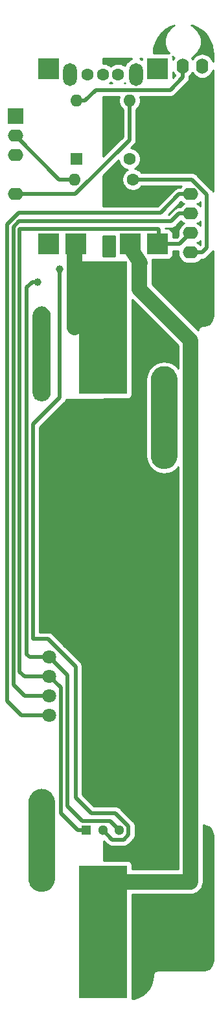
<source format=gbl>
G04 #@! TF.GenerationSoftware,KiCad,Pcbnew,(5.1.5)-3*
G04 #@! TF.CreationDate,2020-05-23T22:10:46-07:00*
G04 #@! TF.ProjectId,iSpindel_PCB,69537069-6e64-4656-9c5f-5043422e6b69,rev?*
G04 #@! TF.SameCoordinates,Original*
G04 #@! TF.FileFunction,Copper,L2,Bot*
G04 #@! TF.FilePolarity,Positive*
%FSLAX46Y46*%
G04 Gerber Fmt 4.6, Leading zero omitted, Abs format (unit mm)*
G04 Created by KiCad (PCBNEW (5.1.5)-3) date 2020-05-23 22:10:46*
%MOMM*%
%LPD*%
G04 APERTURE LIST*
%ADD10R,2.800000X2.800000*%
%ADD11C,1.600000*%
%ADD12O,1.600000X1.600000*%
%ADD13O,2.000000X1.600000*%
%ADD14R,2.000000X2.000000*%
%ADD15O,1.600000X2.000000*%
%ADD16C,1.800000*%
%ADD17R,6.350000X17.340000*%
%ADD18C,0.100000*%
%ADD19O,1.800000X3.000000*%
%ADD20R,1.600000X1.600000*%
%ADD21C,1.300000*%
%ADD22R,1.300000X1.300000*%
%ADD23C,1.000000*%
%ADD24C,0.500000*%
%ADD25C,2.000000*%
%ADD26C,1.950000*%
%ADD27C,0.254000*%
G04 APERTURE END LIST*
D10*
X141732400Y-40562000D03*
X155932400Y-40562000D03*
X141732400Y-63462000D03*
X155932400Y-63462000D03*
X145272400Y-63462000D03*
X152392400Y-63462000D03*
D11*
X152771800Y-55016400D03*
D12*
X145151800Y-55016400D03*
D13*
X160299400Y-56946800D03*
X160299400Y-59486800D03*
X160299400Y-62026800D03*
X160299400Y-64566800D03*
X137439400Y-56946800D03*
X137439400Y-51866800D03*
D14*
X137439400Y-46786800D03*
D13*
X137439400Y-49326800D03*
D15*
X161810000Y-40195000D03*
X159270000Y-40195000D03*
D16*
X141869400Y-117372000D03*
X141869400Y-119912000D03*
X141869400Y-122452000D03*
X141869400Y-124992000D03*
D17*
X148844000Y-74382000D03*
X148844000Y-153242000D03*
G04 #@! TA.AperFunction,WasherPad*
D18*
G36*
X141013081Y-134595306D02*
G01*
X141180532Y-134620145D01*
X141344742Y-134661278D01*
X141504130Y-134718308D01*
X141657160Y-134790686D01*
X141802360Y-134877715D01*
X141938329Y-134978557D01*
X142063760Y-135092241D01*
X142177444Y-135217672D01*
X142278286Y-135353641D01*
X142365315Y-135498841D01*
X142437693Y-135651871D01*
X142494723Y-135811259D01*
X142535856Y-135975469D01*
X142560695Y-136142920D01*
X142569001Y-136312000D01*
X142569001Y-146312000D01*
X142560695Y-146481080D01*
X142535856Y-146648531D01*
X142494723Y-146812741D01*
X142437693Y-146972129D01*
X142365315Y-147125159D01*
X142278286Y-147270359D01*
X142177444Y-147406328D01*
X142063760Y-147531759D01*
X141938329Y-147645443D01*
X141802360Y-147746285D01*
X141657160Y-147833314D01*
X141504130Y-147905692D01*
X141344742Y-147962722D01*
X141180532Y-148003855D01*
X141013081Y-148028694D01*
X140844001Y-148037000D01*
X140843999Y-148037000D01*
X140674919Y-148028694D01*
X140507468Y-148003855D01*
X140343258Y-147962722D01*
X140183870Y-147905692D01*
X140030840Y-147833314D01*
X139885640Y-147746285D01*
X139749671Y-147645443D01*
X139624240Y-147531759D01*
X139510556Y-147406328D01*
X139409714Y-147270359D01*
X139322685Y-147125159D01*
X139250307Y-146972129D01*
X139193277Y-146812741D01*
X139152144Y-146648531D01*
X139127305Y-146481080D01*
X139118999Y-146312000D01*
X139118999Y-136312000D01*
X139127305Y-136142920D01*
X139152144Y-135975469D01*
X139193277Y-135811259D01*
X139250307Y-135651871D01*
X139322685Y-135498841D01*
X139409714Y-135353641D01*
X139510556Y-135217672D01*
X139624240Y-135092241D01*
X139749671Y-134978557D01*
X139885640Y-134877715D01*
X140030840Y-134790686D01*
X140183870Y-134718308D01*
X140343258Y-134661278D01*
X140507468Y-134620145D01*
X140674919Y-134595306D01*
X140843999Y-134587000D01*
X140844001Y-134587000D01*
X141013081Y-134595306D01*
G37*
G04 #@! TD.AperFunction*
G04 #@! TA.AperFunction,WasherPad*
G36*
X157013081Y-79395306D02*
G01*
X157180532Y-79420145D01*
X157344742Y-79461278D01*
X157504130Y-79518308D01*
X157657160Y-79590686D01*
X157802360Y-79677715D01*
X157938329Y-79778557D01*
X158063760Y-79892241D01*
X158177444Y-80017672D01*
X158278286Y-80153641D01*
X158365315Y-80298841D01*
X158437693Y-80451871D01*
X158494723Y-80611259D01*
X158535856Y-80775469D01*
X158560695Y-80942920D01*
X158569001Y-81112000D01*
X158569001Y-91112000D01*
X158560695Y-91281080D01*
X158535856Y-91448531D01*
X158494723Y-91612741D01*
X158437693Y-91772129D01*
X158365315Y-91925159D01*
X158278286Y-92070359D01*
X158177444Y-92206328D01*
X158063760Y-92331759D01*
X157938329Y-92445443D01*
X157802360Y-92546285D01*
X157657160Y-92633314D01*
X157504130Y-92705692D01*
X157344742Y-92762722D01*
X157180532Y-92803855D01*
X157013081Y-92828694D01*
X156844001Y-92837000D01*
X156843999Y-92837000D01*
X156674919Y-92828694D01*
X156507468Y-92803855D01*
X156343258Y-92762722D01*
X156183870Y-92705692D01*
X156030840Y-92633314D01*
X155885640Y-92546285D01*
X155749671Y-92445443D01*
X155624240Y-92331759D01*
X155510556Y-92206328D01*
X155409714Y-92070359D01*
X155322685Y-91925159D01*
X155250307Y-91772129D01*
X155193277Y-91612741D01*
X155152144Y-91448531D01*
X155127305Y-91281080D01*
X155118999Y-91112000D01*
X155118999Y-81112000D01*
X155127305Y-80942920D01*
X155152144Y-80775469D01*
X155193277Y-80611259D01*
X155250307Y-80451871D01*
X155322685Y-80298841D01*
X155409714Y-80153641D01*
X155510556Y-80017672D01*
X155624240Y-79892241D01*
X155749671Y-79778557D01*
X155885640Y-79677715D01*
X156030840Y-79590686D01*
X156183870Y-79518308D01*
X156343258Y-79461278D01*
X156507468Y-79420145D01*
X156674919Y-79395306D01*
X156843999Y-79387000D01*
X156844001Y-79387000D01*
X157013081Y-79395306D01*
G37*
G04 #@! TD.AperFunction*
G04 #@! TA.AperFunction,WasherPad*
G36*
X140961131Y-71592754D02*
G01*
X141077134Y-71609962D01*
X141190891Y-71638456D01*
X141301308Y-71677964D01*
X141407320Y-71728104D01*
X141507907Y-71788394D01*
X141602101Y-71858253D01*
X141688994Y-71937007D01*
X141767748Y-72023900D01*
X141837607Y-72118094D01*
X141897897Y-72218681D01*
X141948037Y-72324693D01*
X141987545Y-72435110D01*
X142016039Y-72548867D01*
X142033247Y-72664870D01*
X142039001Y-72782000D01*
X142039001Y-82782000D01*
X142033247Y-82899130D01*
X142016039Y-83015133D01*
X141987545Y-83128890D01*
X141948037Y-83239307D01*
X141897897Y-83345319D01*
X141837607Y-83445906D01*
X141767748Y-83540100D01*
X141688994Y-83626993D01*
X141602101Y-83705747D01*
X141507907Y-83775606D01*
X141407320Y-83835896D01*
X141301308Y-83886036D01*
X141190891Y-83925544D01*
X141077134Y-83954038D01*
X140961131Y-83971246D01*
X140844001Y-83977000D01*
X140843999Y-83977000D01*
X140726869Y-83971246D01*
X140610866Y-83954038D01*
X140497109Y-83925544D01*
X140386692Y-83886036D01*
X140280680Y-83835896D01*
X140180093Y-83775606D01*
X140085899Y-83705747D01*
X139999006Y-83626993D01*
X139920252Y-83540100D01*
X139850393Y-83445906D01*
X139790103Y-83345319D01*
X139739963Y-83239307D01*
X139700455Y-83128890D01*
X139671961Y-83015133D01*
X139654753Y-82899130D01*
X139648999Y-82782000D01*
X139648999Y-72782000D01*
X139654753Y-72664870D01*
X139671961Y-72548867D01*
X139700455Y-72435110D01*
X139739963Y-72324693D01*
X139790103Y-72218681D01*
X139850393Y-72118094D01*
X139920252Y-72023900D01*
X139999006Y-71937007D01*
X140085899Y-71858253D01*
X140180093Y-71788394D01*
X140280680Y-71728104D01*
X140386692Y-71677964D01*
X140497109Y-71638456D01*
X140610866Y-71609962D01*
X140726869Y-71592754D01*
X140843999Y-71587000D01*
X140844001Y-71587000D01*
X140961131Y-71592754D01*
G37*
G04 #@! TD.AperFunction*
D11*
X148842400Y-41292600D03*
X150842400Y-41292600D03*
X146842400Y-41292600D03*
D19*
X153142400Y-41292600D03*
X144542400Y-41292600D03*
D12*
X152323800Y-44729400D03*
D11*
X152323800Y-52349400D03*
D20*
X145389600Y-52324000D03*
D12*
X145389600Y-44704000D03*
D21*
X148831300Y-140000000D03*
X150990300Y-140000000D03*
D22*
X146672300Y-140000000D03*
D23*
X143200000Y-66700000D03*
X140300000Y-68400000D03*
D24*
X145169000Y-74382000D02*
X148844000Y-74382000D01*
X145132400Y-74345400D02*
X145169000Y-74382000D01*
D25*
X145132400Y-63462000D02*
X145132400Y-74345400D01*
X152354280Y-63306960D02*
X152511760Y-63464440D01*
X153619200Y-66913760D02*
X153619200Y-65857120D01*
X153619200Y-69352160D02*
X153619200Y-66913760D01*
X160319720Y-141432280D02*
X160319720Y-76052680D01*
X160319720Y-76052680D02*
X153619200Y-69352160D01*
X160319720Y-141432280D02*
X160319720Y-146700000D01*
X160319720Y-146700000D02*
X148844000Y-146700000D01*
D24*
X152392400Y-64343300D02*
X152392400Y-63462000D01*
D26*
X153695400Y-65900300D02*
X152468600Y-64105100D01*
D24*
X159270000Y-41695000D02*
X159270000Y-40195000D01*
X157622390Y-43342610D02*
X159270000Y-41695000D01*
X147882360Y-43342610D02*
X157622390Y-43342610D01*
X146520970Y-44704000D02*
X147882360Y-43342610D01*
X145389600Y-44704000D02*
X146520970Y-44704000D01*
X143200000Y-83500010D02*
X139700010Y-87000000D01*
X143200000Y-66700000D02*
X143200000Y-83500010D01*
X139700010Y-87000000D02*
X139700010Y-115000000D01*
X141643402Y-115000000D02*
X145280000Y-118636598D01*
X139700010Y-115000000D02*
X141643402Y-115000000D01*
X145280000Y-118636598D02*
X145280000Y-135700000D01*
X152323800Y-49842402D02*
X152323800Y-44729400D01*
X137439400Y-56946800D02*
X145219402Y-56946800D01*
X145219402Y-56946800D02*
X152323800Y-49842402D01*
X152190301Y-139423999D02*
X150497802Y-137731500D01*
X152190301Y-140576001D02*
X152190301Y-139423999D01*
X151566301Y-141200001D02*
X152190301Y-140576001D01*
X148831300Y-140000000D02*
X150031301Y-141200001D01*
X150031301Y-141200001D02*
X151566301Y-141200001D01*
X147311500Y-137731500D02*
X145280000Y-135700000D01*
X150497802Y-137731500D02*
X147311500Y-137731500D01*
X161799400Y-64566800D02*
X162433000Y-63933200D01*
X160299400Y-64566800D02*
X161799400Y-64566800D01*
X160478202Y-55016400D02*
X153903170Y-55016400D01*
X162433000Y-56971198D02*
X160478202Y-55016400D01*
X153903170Y-55016400D02*
X152771800Y-55016400D01*
X162433000Y-63933200D02*
X162433000Y-56971198D01*
X139592894Y-68400000D02*
X139500000Y-68492894D01*
X139500000Y-68492894D02*
X139500000Y-68500000D01*
X139500000Y-68500000D02*
X138900000Y-69100000D01*
X140300000Y-68400000D02*
X139592894Y-68400000D01*
X138900000Y-69100000D02*
X138900000Y-117000000D01*
X139272000Y-117372000D02*
X141869400Y-117372000D01*
X138900000Y-117000000D02*
X139272000Y-117372000D01*
X141869400Y-117372000D02*
X144210000Y-119712600D01*
X144210000Y-119712600D02*
X144210000Y-136844000D01*
X149790299Y-138799999D02*
X146165999Y-138799999D01*
X150990300Y-140000000D02*
X149790299Y-138799999D01*
X146165999Y-138799999D02*
X144210000Y-136844000D01*
X137639400Y-49326800D02*
X137439400Y-49326800D01*
X145151800Y-55016400D02*
X143129000Y-55016400D01*
X143129000Y-55016400D02*
X137439400Y-49326800D01*
X155845840Y-40548560D02*
X155832400Y-40562000D01*
X158864200Y-63462000D02*
X160299400Y-62026800D01*
X156132400Y-63462000D02*
X158864200Y-63462000D01*
X137959980Y-61520020D02*
X137960000Y-61520040D01*
X156082399Y-61511999D02*
X156132400Y-61562000D01*
X156132400Y-61562000D02*
X156132400Y-63462000D01*
X137968041Y-61511999D02*
X156082399Y-61511999D01*
X137960000Y-61520040D02*
X137968041Y-61511999D01*
X138582000Y-119912000D02*
X140596608Y-119912000D01*
X137960000Y-119290000D02*
X138582000Y-119912000D01*
X140596608Y-119912000D02*
X141869400Y-119912000D01*
X137960000Y-61520040D02*
X137960000Y-119290000D01*
X143319401Y-137797101D02*
X143319401Y-121362001D01*
X145522300Y-140000000D02*
X143319401Y-137797101D01*
X143319401Y-121362001D02*
X141869400Y-119912000D01*
X146672300Y-140000000D02*
X145522300Y-140000000D01*
X160299400Y-59486800D02*
X158799400Y-59486800D01*
X158799400Y-59486800D02*
X157786200Y-60500000D01*
X137159972Y-61188644D02*
X137159972Y-120992572D01*
X137848616Y-60500000D02*
X137159972Y-61188644D01*
X157786200Y-60500000D02*
X137848616Y-60500000D01*
X140596608Y-122452000D02*
X140594608Y-122450000D01*
X141869400Y-122452000D02*
X140596608Y-122452000D01*
X138617400Y-122450000D02*
X137159972Y-120992572D01*
X140594608Y-122450000D02*
X138617400Y-122450000D01*
X158799400Y-56946800D02*
X156366200Y-59380000D01*
X160299400Y-56946800D02*
X158799400Y-56946800D01*
X136325889Y-60891343D02*
X136325889Y-123105889D01*
X156366200Y-59380000D02*
X137837232Y-59380000D01*
X137837232Y-59380000D02*
X136325889Y-60891343D01*
X138212000Y-124992000D02*
X141869400Y-124992000D01*
X136325889Y-123105889D02*
X138212000Y-124992000D01*
D27*
G36*
X154480927Y-91112000D02*
G01*
X154526333Y-91573012D01*
X154660805Y-92016309D01*
X154879176Y-92424852D01*
X155173055Y-92782944D01*
X155531147Y-93076823D01*
X155939690Y-93295194D01*
X156382987Y-93429666D01*
X156843999Y-93475072D01*
X156844001Y-93475072D01*
X157305013Y-93429666D01*
X157748310Y-93295194D01*
X158156853Y-93076823D01*
X158514945Y-92782944D01*
X158684721Y-92576072D01*
X158684720Y-124573000D01*
X146165000Y-124573000D01*
X146165000Y-118680063D01*
X146169281Y-118636597D01*
X146165000Y-118593131D01*
X146165000Y-118593121D01*
X146152195Y-118463108D01*
X146101589Y-118296285D01*
X146019411Y-118142539D01*
X145908817Y-118007781D01*
X145875050Y-117980069D01*
X142299936Y-114404956D01*
X142272219Y-114371183D01*
X142137461Y-114260589D01*
X141983715Y-114178411D01*
X141816892Y-114127805D01*
X141686879Y-114115000D01*
X141686871Y-114115000D01*
X141643402Y-114110719D01*
X141599933Y-114115000D01*
X140585010Y-114115000D01*
X140585010Y-87366578D01*
X141824588Y-86127000D01*
X154480927Y-86127000D01*
X154480927Y-91112000D01*
G37*
X154480927Y-91112000D02*
X154526333Y-91573012D01*
X154660805Y-92016309D01*
X154879176Y-92424852D01*
X155173055Y-92782944D01*
X155531147Y-93076823D01*
X155939690Y-93295194D01*
X156382987Y-93429666D01*
X156843999Y-93475072D01*
X156844001Y-93475072D01*
X157305013Y-93429666D01*
X157748310Y-93295194D01*
X158156853Y-93076823D01*
X158514945Y-92782944D01*
X158684721Y-92576072D01*
X158684720Y-124573000D01*
X146165000Y-124573000D01*
X146165000Y-118680063D01*
X146169281Y-118636597D01*
X146165000Y-118593131D01*
X146165000Y-118593121D01*
X146152195Y-118463108D01*
X146101589Y-118296285D01*
X146019411Y-118142539D01*
X145908817Y-118007781D01*
X145875050Y-117980069D01*
X142299936Y-114404956D01*
X142272219Y-114371183D01*
X142137461Y-114260589D01*
X141983715Y-114178411D01*
X141816892Y-114127805D01*
X141686879Y-114115000D01*
X141686871Y-114115000D01*
X141643402Y-114110719D01*
X141599933Y-114115000D01*
X140585010Y-114115000D01*
X140585010Y-87366578D01*
X141824588Y-86127000D01*
X154480927Y-86127000D01*
X154480927Y-91112000D01*
G36*
X148877455Y-89073000D02*
G01*
X140585010Y-89073000D01*
X140585010Y-87366578D01*
X143795049Y-84156540D01*
X143828817Y-84128827D01*
X143939411Y-83994069D01*
X144021589Y-83840323D01*
X144055966Y-83727000D01*
X149068383Y-83727000D01*
X148877455Y-89073000D01*
G37*
X148877455Y-89073000D02*
X140585010Y-89073000D01*
X140585010Y-87366578D01*
X143795049Y-84156540D01*
X143828817Y-84128827D01*
X143939411Y-83994069D01*
X144021589Y-83840323D01*
X144055966Y-83727000D01*
X149068383Y-83727000D01*
X148877455Y-89073000D01*
G36*
X162166482Y-139344872D02*
G01*
X162407968Y-139417781D01*
X162630698Y-139536209D01*
X162826180Y-139695640D01*
X162986974Y-139890007D01*
X163106951Y-140111898D01*
X163181544Y-140352873D01*
X163210988Y-140633012D01*
X163210989Y-156946757D01*
X163183328Y-157228869D01*
X163110419Y-157470355D01*
X162991991Y-157693085D01*
X162832560Y-157888567D01*
X162638195Y-158049360D01*
X162416301Y-158169338D01*
X162175327Y-158243931D01*
X161895188Y-158273375D01*
X155991443Y-158273375D01*
X155898149Y-158282564D01*
X155778449Y-158318874D01*
X155668133Y-158377840D01*
X155571439Y-158457193D01*
X155492086Y-158553887D01*
X155433120Y-158664203D01*
X155396810Y-158783903D01*
X155384549Y-158908387D01*
X155384563Y-158908525D01*
X155325582Y-159510059D01*
X155150845Y-160088815D01*
X154867023Y-160622605D01*
X154484923Y-161091107D01*
X154019102Y-161476468D01*
X153487306Y-161764010D01*
X152909784Y-161942782D01*
X152651365Y-161969943D01*
X152657072Y-161912000D01*
X152657072Y-148335000D01*
X160239398Y-148335000D01*
X160319720Y-148342911D01*
X160640236Y-148311343D01*
X160948435Y-148217852D01*
X161232472Y-148066031D01*
X161481434Y-147861714D01*
X161685751Y-147612752D01*
X161837572Y-147328715D01*
X161931063Y-147020516D01*
X161954720Y-146780322D01*
X161962631Y-146700000D01*
X161954720Y-146619678D01*
X161954720Y-139324109D01*
X162166482Y-139344872D01*
G37*
X162166482Y-139344872D02*
X162407968Y-139417781D01*
X162630698Y-139536209D01*
X162826180Y-139695640D01*
X162986974Y-139890007D01*
X163106951Y-140111898D01*
X163181544Y-140352873D01*
X163210988Y-140633012D01*
X163210989Y-156946757D01*
X163183328Y-157228869D01*
X163110419Y-157470355D01*
X162991991Y-157693085D01*
X162832560Y-157888567D01*
X162638195Y-158049360D01*
X162416301Y-158169338D01*
X162175327Y-158243931D01*
X161895188Y-158273375D01*
X155991443Y-158273375D01*
X155898149Y-158282564D01*
X155778449Y-158318874D01*
X155668133Y-158377840D01*
X155571439Y-158457193D01*
X155492086Y-158553887D01*
X155433120Y-158664203D01*
X155396810Y-158783903D01*
X155384549Y-158908387D01*
X155384563Y-158908525D01*
X155325582Y-159510059D01*
X155150845Y-160088815D01*
X154867023Y-160622605D01*
X154484923Y-161091107D01*
X154019102Y-161476468D01*
X153487306Y-161764010D01*
X152909784Y-161942782D01*
X152651365Y-161969943D01*
X152657072Y-161912000D01*
X152657072Y-148335000D01*
X160239398Y-148335000D01*
X160319720Y-148342911D01*
X160640236Y-148311343D01*
X160948435Y-148217852D01*
X161232472Y-148066031D01*
X161481434Y-147861714D01*
X161685751Y-147612752D01*
X161837572Y-147328715D01*
X161931063Y-147020516D01*
X161954720Y-146780322D01*
X161962631Y-146700000D01*
X161954720Y-146619678D01*
X161954720Y-139324109D01*
X162166482Y-139344872D01*
G36*
X158684721Y-76729920D02*
G01*
X158684721Y-79647928D01*
X158514945Y-79441056D01*
X158156853Y-79147177D01*
X157748310Y-78928806D01*
X157305013Y-78794334D01*
X156844001Y-78748928D01*
X156843999Y-78748928D01*
X156382987Y-78794334D01*
X155939690Y-78928806D01*
X155531147Y-79147177D01*
X155173055Y-79441056D01*
X154879176Y-79799148D01*
X154660805Y-80207691D01*
X154526333Y-80650988D01*
X154480927Y-81112000D01*
X154480927Y-91112000D01*
X154526333Y-91573012D01*
X154660805Y-92016309D01*
X154879176Y-92424852D01*
X155173055Y-92782944D01*
X155531147Y-93076823D01*
X155939690Y-93295194D01*
X156382987Y-93429666D01*
X156843999Y-93475072D01*
X156844001Y-93475072D01*
X157305013Y-93429666D01*
X157748310Y-93295194D01*
X158156853Y-93076823D01*
X158514945Y-92782944D01*
X158684721Y-92576072D01*
X158684720Y-141351958D01*
X158684720Y-141351959D01*
X158684721Y-145065000D01*
X152657072Y-145065000D01*
X152657072Y-144572000D01*
X152644812Y-144447518D01*
X152608502Y-144327820D01*
X152549537Y-144217506D01*
X152470185Y-144120815D01*
X152373494Y-144041463D01*
X152263180Y-143982498D01*
X152143482Y-143946188D01*
X152019000Y-143933928D01*
X148970642Y-143933928D01*
X148968134Y-141388413D01*
X149374771Y-141795050D01*
X149402484Y-141828818D01*
X149436252Y-141856531D01*
X149436254Y-141856533D01*
X149537242Y-141939412D01*
X149690987Y-142021590D01*
X149820887Y-142060995D01*
X149857811Y-142072196D01*
X149987824Y-142085001D01*
X149987832Y-142085001D01*
X150031301Y-142089282D01*
X150074770Y-142085001D01*
X151522832Y-142085001D01*
X151566301Y-142089282D01*
X151609770Y-142085001D01*
X151609778Y-142085001D01*
X151739791Y-142072196D01*
X151906614Y-142021590D01*
X152060360Y-141939412D01*
X152195118Y-141828818D01*
X152222835Y-141795045D01*
X152785351Y-141232530D01*
X152819118Y-141204818D01*
X152855923Y-141159972D01*
X152929711Y-141070061D01*
X152929712Y-141070060D01*
X153011890Y-140916314D01*
X153062496Y-140749491D01*
X153075301Y-140619478D01*
X153075301Y-140619468D01*
X153079582Y-140576002D01*
X153075301Y-140532536D01*
X153075301Y-139467465D01*
X153079582Y-139423998D01*
X153075301Y-139380532D01*
X153075301Y-139380522D01*
X153062496Y-139250509D01*
X153011890Y-139083686D01*
X152929712Y-138929940D01*
X152859996Y-138844991D01*
X152846833Y-138828952D01*
X152846831Y-138828950D01*
X152819118Y-138795182D01*
X152785350Y-138767469D01*
X151154336Y-137136456D01*
X151126619Y-137102683D01*
X150991861Y-136992089D01*
X150838115Y-136909911D01*
X150671292Y-136859305D01*
X150541279Y-136846500D01*
X150541271Y-136846500D01*
X150497802Y-136842219D01*
X150454333Y-136846500D01*
X148963659Y-136846500D01*
X148911292Y-83690072D01*
X152019000Y-83690072D01*
X152143482Y-83677812D01*
X152263180Y-83641502D01*
X152373494Y-83582537D01*
X152470185Y-83503185D01*
X152549537Y-83406494D01*
X152608502Y-83296180D01*
X152644812Y-83176482D01*
X152657072Y-83052000D01*
X152657072Y-70702270D01*
X158684721Y-76729920D01*
G37*
X158684721Y-76729920D02*
X158684721Y-79647928D01*
X158514945Y-79441056D01*
X158156853Y-79147177D01*
X157748310Y-78928806D01*
X157305013Y-78794334D01*
X156844001Y-78748928D01*
X156843999Y-78748928D01*
X156382987Y-78794334D01*
X155939690Y-78928806D01*
X155531147Y-79147177D01*
X155173055Y-79441056D01*
X154879176Y-79799148D01*
X154660805Y-80207691D01*
X154526333Y-80650988D01*
X154480927Y-81112000D01*
X154480927Y-91112000D01*
X154526333Y-91573012D01*
X154660805Y-92016309D01*
X154879176Y-92424852D01*
X155173055Y-92782944D01*
X155531147Y-93076823D01*
X155939690Y-93295194D01*
X156382987Y-93429666D01*
X156843999Y-93475072D01*
X156844001Y-93475072D01*
X157305013Y-93429666D01*
X157748310Y-93295194D01*
X158156853Y-93076823D01*
X158514945Y-92782944D01*
X158684721Y-92576072D01*
X158684720Y-141351958D01*
X158684720Y-141351959D01*
X158684721Y-145065000D01*
X152657072Y-145065000D01*
X152657072Y-144572000D01*
X152644812Y-144447518D01*
X152608502Y-144327820D01*
X152549537Y-144217506D01*
X152470185Y-144120815D01*
X152373494Y-144041463D01*
X152263180Y-143982498D01*
X152143482Y-143946188D01*
X152019000Y-143933928D01*
X148970642Y-143933928D01*
X148968134Y-141388413D01*
X149374771Y-141795050D01*
X149402484Y-141828818D01*
X149436252Y-141856531D01*
X149436254Y-141856533D01*
X149537242Y-141939412D01*
X149690987Y-142021590D01*
X149820887Y-142060995D01*
X149857811Y-142072196D01*
X149987824Y-142085001D01*
X149987832Y-142085001D01*
X150031301Y-142089282D01*
X150074770Y-142085001D01*
X151522832Y-142085001D01*
X151566301Y-142089282D01*
X151609770Y-142085001D01*
X151609778Y-142085001D01*
X151739791Y-142072196D01*
X151906614Y-142021590D01*
X152060360Y-141939412D01*
X152195118Y-141828818D01*
X152222835Y-141795045D01*
X152785351Y-141232530D01*
X152819118Y-141204818D01*
X152855923Y-141159972D01*
X152929711Y-141070061D01*
X152929712Y-141070060D01*
X153011890Y-140916314D01*
X153062496Y-140749491D01*
X153075301Y-140619478D01*
X153075301Y-140619468D01*
X153079582Y-140576002D01*
X153075301Y-140532536D01*
X153075301Y-139467465D01*
X153079582Y-139423998D01*
X153075301Y-139380532D01*
X153075301Y-139380522D01*
X153062496Y-139250509D01*
X153011890Y-139083686D01*
X152929712Y-138929940D01*
X152859996Y-138844991D01*
X152846833Y-138828952D01*
X152846831Y-138828950D01*
X152819118Y-138795182D01*
X152785350Y-138767469D01*
X151154336Y-137136456D01*
X151126619Y-137102683D01*
X150991861Y-136992089D01*
X150838115Y-136909911D01*
X150671292Y-136859305D01*
X150541279Y-136846500D01*
X150541271Y-136846500D01*
X150497802Y-136842219D01*
X150454333Y-136846500D01*
X148963659Y-136846500D01*
X148911292Y-83690072D01*
X152019000Y-83690072D01*
X152143482Y-83677812D01*
X152263180Y-83641502D01*
X152373494Y-83582537D01*
X152470185Y-83503185D01*
X152549537Y-83406494D01*
X152608502Y-83296180D01*
X152644812Y-83176482D01*
X152657072Y-83052000D01*
X152657072Y-70702270D01*
X158684721Y-76729920D01*
G36*
X158657457Y-64566800D02*
G01*
X158685164Y-64848109D01*
X158767218Y-65118608D01*
X158900468Y-65367901D01*
X159079792Y-65586408D01*
X159298299Y-65765732D01*
X159547592Y-65898982D01*
X159818091Y-65981036D01*
X160028908Y-66001800D01*
X160569892Y-66001800D01*
X160780709Y-65981036D01*
X161051208Y-65898982D01*
X161300501Y-65765732D01*
X161519008Y-65586408D01*
X161629478Y-65451800D01*
X161755931Y-65451800D01*
X161799400Y-65456081D01*
X161842869Y-65451800D01*
X161842877Y-65451800D01*
X161972890Y-65438995D01*
X162139713Y-65388389D01*
X162293459Y-65306211D01*
X162428217Y-65195617D01*
X162455934Y-65161844D01*
X163028050Y-64589729D01*
X163061817Y-64562017D01*
X163098935Y-64516790D01*
X163172411Y-64427259D01*
X163210993Y-64355076D01*
X163210988Y-72788946D01*
X163183328Y-73071049D01*
X163110419Y-73312535D01*
X162991991Y-73535265D01*
X162832560Y-73730747D01*
X162638195Y-73891540D01*
X162416301Y-74011518D01*
X162175327Y-74086111D01*
X161920071Y-74112940D01*
X161915433Y-74112483D01*
X161790949Y-74124744D01*
X161671249Y-74161054D01*
X161560933Y-74220020D01*
X161464239Y-74299373D01*
X161384886Y-74396068D01*
X161325920Y-74506384D01*
X161289610Y-74626084D01*
X161282056Y-74702777D01*
X155254200Y-68674922D01*
X155254200Y-66305889D01*
X155285310Y-66199342D01*
X155313101Y-65883419D01*
X155278724Y-65568145D01*
X155257296Y-65500072D01*
X157332400Y-65500072D01*
X157456882Y-65487812D01*
X157576580Y-65451502D01*
X157686894Y-65392537D01*
X157783585Y-65313185D01*
X157862937Y-65216494D01*
X157921902Y-65106180D01*
X157958212Y-64986482D01*
X157970472Y-64862000D01*
X157970472Y-64347000D01*
X158679106Y-64347000D01*
X158657457Y-64566800D01*
G37*
X158657457Y-64566800D02*
X158685164Y-64848109D01*
X158767218Y-65118608D01*
X158900468Y-65367901D01*
X159079792Y-65586408D01*
X159298299Y-65765732D01*
X159547592Y-65898982D01*
X159818091Y-65981036D01*
X160028908Y-66001800D01*
X160569892Y-66001800D01*
X160780709Y-65981036D01*
X161051208Y-65898982D01*
X161300501Y-65765732D01*
X161519008Y-65586408D01*
X161629478Y-65451800D01*
X161755931Y-65451800D01*
X161799400Y-65456081D01*
X161842869Y-65451800D01*
X161842877Y-65451800D01*
X161972890Y-65438995D01*
X162139713Y-65388389D01*
X162293459Y-65306211D01*
X162428217Y-65195617D01*
X162455934Y-65161844D01*
X163028050Y-64589729D01*
X163061817Y-64562017D01*
X163098935Y-64516790D01*
X163172411Y-64427259D01*
X163210993Y-64355076D01*
X163210988Y-72788946D01*
X163183328Y-73071049D01*
X163110419Y-73312535D01*
X162991991Y-73535265D01*
X162832560Y-73730747D01*
X162638195Y-73891540D01*
X162416301Y-74011518D01*
X162175327Y-74086111D01*
X161920071Y-74112940D01*
X161915433Y-74112483D01*
X161790949Y-74124744D01*
X161671249Y-74161054D01*
X161560933Y-74220020D01*
X161464239Y-74299373D01*
X161384886Y-74396068D01*
X161325920Y-74506384D01*
X161289610Y-74626084D01*
X161282056Y-74702777D01*
X155254200Y-68674922D01*
X155254200Y-66305889D01*
X155285310Y-66199342D01*
X155313101Y-65883419D01*
X155278724Y-65568145D01*
X155257296Y-65500072D01*
X157332400Y-65500072D01*
X157456882Y-65487812D01*
X157576580Y-65451502D01*
X157686894Y-65392537D01*
X157783585Y-65313185D01*
X157862937Y-65216494D01*
X157921902Y-65106180D01*
X157958212Y-64986482D01*
X157970472Y-64862000D01*
X157970472Y-64347000D01*
X158679106Y-64347000D01*
X158657457Y-64566800D01*
G36*
X150354328Y-64862000D02*
G01*
X150366588Y-64986482D01*
X150393114Y-65073928D01*
X148892952Y-65073928D01*
X148890315Y-62396999D01*
X150354328Y-62396999D01*
X150354328Y-64862000D01*
G37*
X150354328Y-64862000D02*
X150366588Y-64986482D01*
X150393114Y-65073928D01*
X148892952Y-65073928D01*
X148890315Y-62396999D01*
X150354328Y-62396999D01*
X150354328Y-64862000D01*
G36*
X161548000Y-63566621D02*
G01*
X161540834Y-63573787D01*
X161519008Y-63547192D01*
X161300501Y-63367868D01*
X161167542Y-63296800D01*
X161300501Y-63225732D01*
X161519008Y-63046408D01*
X161548000Y-63011081D01*
X161548000Y-63566621D01*
G37*
X161548000Y-63566621D02*
X161540834Y-63573787D01*
X161519008Y-63547192D01*
X161300501Y-63367868D01*
X161167542Y-63296800D01*
X161300501Y-63225732D01*
X161519008Y-63046408D01*
X161548000Y-63011081D01*
X161548000Y-63566621D01*
G36*
X159079792Y-60506408D02*
G01*
X159298299Y-60685732D01*
X159431258Y-60756800D01*
X159298299Y-60827868D01*
X159079792Y-61007192D01*
X158900468Y-61225699D01*
X158767218Y-61474992D01*
X158685164Y-61745491D01*
X158657457Y-62026800D01*
X158685164Y-62308109D01*
X158704097Y-62370524D01*
X158497622Y-62577000D01*
X157970472Y-62577000D01*
X157970472Y-62062000D01*
X157958212Y-61937518D01*
X157921902Y-61817820D01*
X157862937Y-61707506D01*
X157783585Y-61610815D01*
X157686894Y-61531463D01*
X157576580Y-61472498D01*
X157456882Y-61436188D01*
X157332400Y-61423928D01*
X157008083Y-61423928D01*
X157004595Y-61388510D01*
X157003530Y-61385000D01*
X157742731Y-61385000D01*
X157786200Y-61389281D01*
X157829669Y-61385000D01*
X157829677Y-61385000D01*
X157959690Y-61372195D01*
X158126513Y-61321589D01*
X158280259Y-61239411D01*
X158415017Y-61128817D01*
X158442734Y-61095044D01*
X159057966Y-60479813D01*
X159079792Y-60506408D01*
G37*
X159079792Y-60506408D02*
X159298299Y-60685732D01*
X159431258Y-60756800D01*
X159298299Y-60827868D01*
X159079792Y-61007192D01*
X158900468Y-61225699D01*
X158767218Y-61474992D01*
X158685164Y-61745491D01*
X158657457Y-62026800D01*
X158685164Y-62308109D01*
X158704097Y-62370524D01*
X158497622Y-62577000D01*
X157970472Y-62577000D01*
X157970472Y-62062000D01*
X157958212Y-61937518D01*
X157921902Y-61817820D01*
X157862937Y-61707506D01*
X157783585Y-61610815D01*
X157686894Y-61531463D01*
X157576580Y-61472498D01*
X157456882Y-61436188D01*
X157332400Y-61423928D01*
X157008083Y-61423928D01*
X157004595Y-61388510D01*
X157003530Y-61385000D01*
X157742731Y-61385000D01*
X157786200Y-61389281D01*
X157829669Y-61385000D01*
X157829677Y-61385000D01*
X157959690Y-61372195D01*
X158126513Y-61321589D01*
X158280259Y-61239411D01*
X158415017Y-61128817D01*
X158442734Y-61095044D01*
X159057966Y-60479813D01*
X159079792Y-60506408D01*
G36*
X161548000Y-61042519D02*
G01*
X161519008Y-61007192D01*
X161300501Y-60827868D01*
X161167542Y-60756800D01*
X161300501Y-60685732D01*
X161519008Y-60506408D01*
X161548000Y-60471081D01*
X161548000Y-61042519D01*
G37*
X161548000Y-61042519D02*
X161519008Y-61007192D01*
X161300501Y-60827868D01*
X161167542Y-60756800D01*
X161300501Y-60685732D01*
X161519008Y-60506408D01*
X161548000Y-60471081D01*
X161548000Y-61042519D01*
G36*
X159079792Y-57966408D02*
G01*
X159298299Y-58145732D01*
X159431258Y-58216800D01*
X159298299Y-58287868D01*
X159079792Y-58467192D01*
X158969322Y-58601800D01*
X158842865Y-58601800D01*
X158799399Y-58597519D01*
X158755933Y-58601800D01*
X158755923Y-58601800D01*
X158625910Y-58614605D01*
X158459087Y-58665211D01*
X158305341Y-58747389D01*
X158305339Y-58747390D01*
X158305340Y-58747390D01*
X158204353Y-58830268D01*
X158204351Y-58830270D01*
X158170583Y-58857983D01*
X158142870Y-58891751D01*
X157419622Y-59615000D01*
X157382778Y-59615000D01*
X159057966Y-57939813D01*
X159079792Y-57966408D01*
G37*
X159079792Y-57966408D02*
X159298299Y-58145732D01*
X159431258Y-58216800D01*
X159298299Y-58287868D01*
X159079792Y-58467192D01*
X158969322Y-58601800D01*
X158842865Y-58601800D01*
X158799399Y-58597519D01*
X158755933Y-58601800D01*
X158755923Y-58601800D01*
X158625910Y-58614605D01*
X158459087Y-58665211D01*
X158305341Y-58747389D01*
X158305339Y-58747390D01*
X158305340Y-58747390D01*
X158204353Y-58830268D01*
X158204351Y-58830270D01*
X158170583Y-58857983D01*
X158142870Y-58891751D01*
X157419622Y-59615000D01*
X157382778Y-59615000D01*
X159057966Y-57939813D01*
X159079792Y-57966408D01*
G36*
X161548001Y-58502520D02*
G01*
X161519008Y-58467192D01*
X161300501Y-58287868D01*
X161167542Y-58216800D01*
X161300501Y-58145732D01*
X161519008Y-57966408D01*
X161548001Y-57931080D01*
X161548001Y-58502520D01*
G37*
X161548001Y-58502520D02*
X161519008Y-58467192D01*
X161300501Y-58287868D01*
X161167542Y-58216800D01*
X161300501Y-58145732D01*
X161519008Y-57966408D01*
X161548001Y-57931080D01*
X161548001Y-58502520D01*
G36*
X150943947Y-52767974D02*
G01*
X151052120Y-53029127D01*
X151209163Y-53264159D01*
X151409041Y-53464037D01*
X151644073Y-53621080D01*
X151905226Y-53729253D01*
X152067047Y-53761442D01*
X151857041Y-53901763D01*
X151657163Y-54101641D01*
X151500120Y-54336673D01*
X151391947Y-54597826D01*
X151336800Y-54875065D01*
X151336800Y-55157735D01*
X151391947Y-55434974D01*
X151500120Y-55696127D01*
X151657163Y-55931159D01*
X151857041Y-56131037D01*
X152092073Y-56288080D01*
X152353226Y-56396253D01*
X152630465Y-56451400D01*
X152913135Y-56451400D01*
X153190374Y-56396253D01*
X153451527Y-56288080D01*
X153686559Y-56131037D01*
X153886437Y-55931159D01*
X153906321Y-55901400D01*
X159111220Y-55901400D01*
X159079792Y-55927192D01*
X158969322Y-56061800D01*
X158842865Y-56061800D01*
X158799399Y-56057519D01*
X158755933Y-56061800D01*
X158755923Y-56061800D01*
X158625910Y-56074605D01*
X158459087Y-56125211D01*
X158305341Y-56207389D01*
X158305339Y-56207390D01*
X158305340Y-56207390D01*
X158204353Y-56290268D01*
X158204351Y-56290270D01*
X158170583Y-56317983D01*
X158142870Y-56351751D01*
X155999622Y-58495000D01*
X148886471Y-58495000D01*
X148882570Y-54535210D01*
X150895145Y-52522635D01*
X150943947Y-52767974D01*
G37*
X150943947Y-52767974D02*
X151052120Y-53029127D01*
X151209163Y-53264159D01*
X151409041Y-53464037D01*
X151644073Y-53621080D01*
X151905226Y-53729253D01*
X152067047Y-53761442D01*
X151857041Y-53901763D01*
X151657163Y-54101641D01*
X151500120Y-54336673D01*
X151391947Y-54597826D01*
X151336800Y-54875065D01*
X151336800Y-55157735D01*
X151391947Y-55434974D01*
X151500120Y-55696127D01*
X151657163Y-55931159D01*
X151857041Y-56131037D01*
X152092073Y-56288080D01*
X152353226Y-56396253D01*
X152630465Y-56451400D01*
X152913135Y-56451400D01*
X153190374Y-56396253D01*
X153451527Y-56288080D01*
X153686559Y-56131037D01*
X153886437Y-55931159D01*
X153906321Y-55901400D01*
X159111220Y-55901400D01*
X159079792Y-55927192D01*
X158969322Y-56061800D01*
X158842865Y-56061800D01*
X158799399Y-56057519D01*
X158755933Y-56061800D01*
X158755923Y-56061800D01*
X158625910Y-56074605D01*
X158459087Y-56125211D01*
X158305341Y-56207389D01*
X158305339Y-56207390D01*
X158305340Y-56207390D01*
X158204353Y-56290268D01*
X158204351Y-56290270D01*
X158170583Y-56317983D01*
X158142870Y-56351751D01*
X155999622Y-58495000D01*
X148886471Y-58495000D01*
X148882570Y-54535210D01*
X150895145Y-52522635D01*
X150943947Y-52767974D01*
G36*
X163213000Y-42561485D02*
G01*
X163211006Y-42581730D01*
X163211006Y-42612911D01*
X163211005Y-42612921D01*
X163211006Y-42612931D01*
X163210998Y-56549330D01*
X163172411Y-56477139D01*
X163061817Y-56342381D01*
X163028049Y-56314668D01*
X161134736Y-54421356D01*
X161107019Y-54387583D01*
X160972261Y-54276989D01*
X160818515Y-54194811D01*
X160651692Y-54144205D01*
X160521679Y-54131400D01*
X160521671Y-54131400D01*
X160478202Y-54127119D01*
X160434733Y-54131400D01*
X153906321Y-54131400D01*
X153886437Y-54101641D01*
X153686559Y-53901763D01*
X153451527Y-53744720D01*
X153190374Y-53636547D01*
X153028553Y-53604358D01*
X153238559Y-53464037D01*
X153438437Y-53264159D01*
X153595480Y-53029127D01*
X153703653Y-52767974D01*
X153758800Y-52490735D01*
X153758800Y-52208065D01*
X153703653Y-51930826D01*
X153595480Y-51669673D01*
X153438437Y-51434641D01*
X153238559Y-51234763D01*
X153003527Y-51077720D01*
X152742374Y-50969547D01*
X152497035Y-50920745D01*
X152918851Y-50498930D01*
X152952617Y-50471219D01*
X153063211Y-50336461D01*
X153145389Y-50182715D01*
X153195995Y-50015892D01*
X153208800Y-49885879D01*
X153208800Y-49885869D01*
X153213081Y-49842403D01*
X153208800Y-49798936D01*
X153208800Y-45863921D01*
X153238559Y-45844037D01*
X153438437Y-45644159D01*
X153595480Y-45409127D01*
X153703653Y-45147974D01*
X153758800Y-44870735D01*
X153758800Y-44588065D01*
X153703653Y-44310826D01*
X153669184Y-44227610D01*
X157578921Y-44227610D01*
X157622390Y-44231891D01*
X157665859Y-44227610D01*
X157665867Y-44227610D01*
X157795880Y-44214805D01*
X157962703Y-44164199D01*
X158116449Y-44082021D01*
X158251207Y-43971427D01*
X158278924Y-43937654D01*
X159865050Y-42351529D01*
X159898817Y-42323817D01*
X159945293Y-42267187D01*
X160000411Y-42200025D01*
X160009411Y-42189059D01*
X160091589Y-42035313D01*
X160142195Y-41868490D01*
X160155000Y-41738477D01*
X160155000Y-41738467D01*
X160159281Y-41695001D01*
X160155000Y-41651535D01*
X160155000Y-41525077D01*
X160289607Y-41414608D01*
X160468932Y-41196101D01*
X160540000Y-41063142D01*
X160611068Y-41196100D01*
X160790392Y-41414607D01*
X161008899Y-41593932D01*
X161258192Y-41727182D01*
X161528691Y-41809236D01*
X161810000Y-41836943D01*
X162091308Y-41809236D01*
X162361807Y-41727182D01*
X162611100Y-41593932D01*
X162829607Y-41414608D01*
X163008932Y-41196101D01*
X163142182Y-40946808D01*
X163213000Y-40713350D01*
X163213000Y-42561485D01*
G37*
X163213000Y-42561485D02*
X163211006Y-42581730D01*
X163211006Y-42612911D01*
X163211005Y-42612921D01*
X163211006Y-42612931D01*
X163210998Y-56549330D01*
X163172411Y-56477139D01*
X163061817Y-56342381D01*
X163028049Y-56314668D01*
X161134736Y-54421356D01*
X161107019Y-54387583D01*
X160972261Y-54276989D01*
X160818515Y-54194811D01*
X160651692Y-54144205D01*
X160521679Y-54131400D01*
X160521671Y-54131400D01*
X160478202Y-54127119D01*
X160434733Y-54131400D01*
X153906321Y-54131400D01*
X153886437Y-54101641D01*
X153686559Y-53901763D01*
X153451527Y-53744720D01*
X153190374Y-53636547D01*
X153028553Y-53604358D01*
X153238559Y-53464037D01*
X153438437Y-53264159D01*
X153595480Y-53029127D01*
X153703653Y-52767974D01*
X153758800Y-52490735D01*
X153758800Y-52208065D01*
X153703653Y-51930826D01*
X153595480Y-51669673D01*
X153438437Y-51434641D01*
X153238559Y-51234763D01*
X153003527Y-51077720D01*
X152742374Y-50969547D01*
X152497035Y-50920745D01*
X152918851Y-50498930D01*
X152952617Y-50471219D01*
X153063211Y-50336461D01*
X153145389Y-50182715D01*
X153195995Y-50015892D01*
X153208800Y-49885879D01*
X153208800Y-49885869D01*
X153213081Y-49842403D01*
X153208800Y-49798936D01*
X153208800Y-45863921D01*
X153238559Y-45844037D01*
X153438437Y-45644159D01*
X153595480Y-45409127D01*
X153703653Y-45147974D01*
X153758800Y-44870735D01*
X153758800Y-44588065D01*
X153703653Y-44310826D01*
X153669184Y-44227610D01*
X157578921Y-44227610D01*
X157622390Y-44231891D01*
X157665859Y-44227610D01*
X157665867Y-44227610D01*
X157795880Y-44214805D01*
X157962703Y-44164199D01*
X158116449Y-44082021D01*
X158251207Y-43971427D01*
X158278924Y-43937654D01*
X159865050Y-42351529D01*
X159898817Y-42323817D01*
X159945293Y-42267187D01*
X160000411Y-42200025D01*
X160009411Y-42189059D01*
X160091589Y-42035313D01*
X160142195Y-41868490D01*
X160155000Y-41738477D01*
X160155000Y-41738467D01*
X160159281Y-41695001D01*
X160155000Y-41651535D01*
X160155000Y-41525077D01*
X160289607Y-41414608D01*
X160468932Y-41196101D01*
X160540000Y-41063142D01*
X160611068Y-41196100D01*
X160790392Y-41414607D01*
X161008899Y-41593932D01*
X161258192Y-41727182D01*
X161528691Y-41809236D01*
X161810000Y-41836943D01*
X162091308Y-41809236D01*
X162361807Y-41727182D01*
X162611100Y-41593932D01*
X162829607Y-41414608D01*
X163008932Y-41196101D01*
X163142182Y-40946808D01*
X163213000Y-40713350D01*
X163213000Y-42561485D01*
G36*
X150943947Y-44310826D02*
G01*
X150888800Y-44588065D01*
X150888800Y-44870735D01*
X150943947Y-45147974D01*
X151052120Y-45409127D01*
X151209163Y-45644159D01*
X151409041Y-45844037D01*
X151438801Y-45863922D01*
X151438800Y-49475823D01*
X148880106Y-52034517D01*
X148872415Y-44227610D01*
X150978416Y-44227610D01*
X150943947Y-44310826D01*
G37*
X150943947Y-44310826D02*
X150888800Y-44588065D01*
X150888800Y-44870735D01*
X150943947Y-45147974D01*
X151052120Y-45409127D01*
X151209163Y-45644159D01*
X151409041Y-45844037D01*
X151438801Y-45863922D01*
X151438800Y-49475823D01*
X148880106Y-52034517D01*
X148872415Y-44227610D01*
X150978416Y-44227610D01*
X150943947Y-44310826D01*
G36*
X149927641Y-42407237D02*
G01*
X150003030Y-42457610D01*
X149681770Y-42457610D01*
X149757159Y-42407237D01*
X149842400Y-42321996D01*
X149927641Y-42407237D01*
G37*
X149927641Y-42407237D02*
X150003030Y-42457610D01*
X149681770Y-42457610D01*
X149757159Y-42407237D01*
X149842400Y-42321996D01*
X149927641Y-42407237D01*
G36*
X151709723Y-42457610D02*
G01*
X151681770Y-42457610D01*
X151705012Y-42442080D01*
X151709723Y-42457610D01*
G37*
X151709723Y-42457610D02*
X151681770Y-42457610D01*
X151705012Y-42442080D01*
X151709723Y-42457610D01*
G36*
X158071068Y-41196100D02*
G01*
X158250392Y-41414607D01*
X158276988Y-41436434D01*
X157970472Y-41742949D01*
X157970472Y-41007898D01*
X158071068Y-41196100D01*
G37*
X158071068Y-41196100D02*
X158250392Y-41414607D01*
X158276988Y-41436434D01*
X157970472Y-41742949D01*
X157970472Y-41007898D01*
X158071068Y-41196100D01*
G36*
X152552139Y-39267583D02*
G01*
X152285473Y-39410119D01*
X152051739Y-39601939D01*
X151859919Y-39835674D01*
X151717383Y-40102340D01*
X151705013Y-40143120D01*
X151522127Y-40020920D01*
X151260974Y-39912747D01*
X150983735Y-39857600D01*
X150701065Y-39857600D01*
X150423826Y-39912747D01*
X150162673Y-40020920D01*
X149927641Y-40177963D01*
X149842400Y-40263204D01*
X149757159Y-40177963D01*
X149522127Y-40020920D01*
X149260974Y-39912747D01*
X148983735Y-39857600D01*
X148868110Y-39857600D01*
X148867510Y-39248011D01*
X152616825Y-39247961D01*
X152552139Y-39267583D01*
G37*
X152552139Y-39267583D02*
X152285473Y-39410119D01*
X152051739Y-39601939D01*
X151859919Y-39835674D01*
X151717383Y-40102340D01*
X151705013Y-40143120D01*
X151522127Y-40020920D01*
X151260974Y-39912747D01*
X150983735Y-39857600D01*
X150701065Y-39857600D01*
X150423826Y-39912747D01*
X150162673Y-40020920D01*
X149927641Y-40177963D01*
X149842400Y-40263204D01*
X149757159Y-40177963D01*
X149522127Y-40020920D01*
X149260974Y-39912747D01*
X148983735Y-39857600D01*
X148868110Y-39857600D01*
X148867510Y-39248011D01*
X152616825Y-39247961D01*
X152552139Y-39267583D01*
G36*
X160581315Y-34930275D02*
G01*
X161254810Y-35236494D01*
X161858249Y-35664544D01*
X162369861Y-36198981D01*
X162771181Y-36820516D01*
X163047731Y-37506723D01*
X163192367Y-38247363D01*
X163211763Y-38643941D01*
X163213000Y-38652473D01*
X163213000Y-39676651D01*
X163142182Y-39443193D01*
X163008932Y-39193899D01*
X162829608Y-38975392D01*
X162611101Y-38796068D01*
X162361808Y-38662818D01*
X162091309Y-38580764D01*
X161810000Y-38553057D01*
X161528692Y-38580764D01*
X161258193Y-38662818D01*
X161008900Y-38796068D01*
X160790393Y-38975392D01*
X160611068Y-39193899D01*
X160540000Y-39326858D01*
X160468932Y-39193899D01*
X160422281Y-39137054D01*
X160435641Y-39131520D01*
X160826269Y-38870510D01*
X161158470Y-38538309D01*
X161419480Y-38147681D01*
X161599266Y-37713639D01*
X161690920Y-37252862D01*
X161690920Y-36783058D01*
X161599266Y-36322281D01*
X161419480Y-35888239D01*
X161158470Y-35497611D01*
X160826269Y-35165410D01*
X160435641Y-34904400D01*
X160382336Y-34882320D01*
X160581315Y-34930275D01*
G37*
X160581315Y-34930275D02*
X161254810Y-35236494D01*
X161858249Y-35664544D01*
X162369861Y-36198981D01*
X162771181Y-36820516D01*
X163047731Y-37506723D01*
X163192367Y-38247363D01*
X163211763Y-38643941D01*
X163213000Y-38652473D01*
X163213000Y-39676651D01*
X163142182Y-39443193D01*
X163008932Y-39193899D01*
X162829608Y-38975392D01*
X162611101Y-38796068D01*
X162361808Y-38662818D01*
X162091309Y-38580764D01*
X161810000Y-38553057D01*
X161528692Y-38580764D01*
X161258193Y-38662818D01*
X161008900Y-38796068D01*
X160790393Y-38975392D01*
X160611068Y-39193899D01*
X160540000Y-39326858D01*
X160468932Y-39193899D01*
X160422281Y-39137054D01*
X160435641Y-39131520D01*
X160826269Y-38870510D01*
X161158470Y-38538309D01*
X161419480Y-38147681D01*
X161599266Y-37713639D01*
X161690920Y-37252862D01*
X161690920Y-36783058D01*
X161599266Y-36322281D01*
X161419480Y-35888239D01*
X161158470Y-35497611D01*
X160826269Y-35165410D01*
X160435641Y-34904400D01*
X160382336Y-34882320D01*
X160581315Y-34930275D01*
G36*
X158141364Y-39108244D02*
G01*
X158071068Y-39193899D01*
X157970472Y-39382101D01*
X157970472Y-39162000D01*
X157958212Y-39037518D01*
X157938560Y-38972734D01*
X158141364Y-39108244D01*
G37*
X158141364Y-39108244D02*
X158071068Y-39193899D01*
X157970472Y-39382101D01*
X157970472Y-39162000D01*
X157958212Y-39037518D01*
X157938560Y-38972734D01*
X158141364Y-39108244D01*
G36*
X153894328Y-39353996D02*
G01*
X153732660Y-39267583D01*
X153667927Y-39247946D01*
X153894328Y-39247943D01*
X153894328Y-39353996D01*
G37*
X153894328Y-39353996D02*
X153732660Y-39267583D01*
X153667927Y-39247946D01*
X153894328Y-39247943D01*
X153894328Y-39353996D01*
G36*
X158176199Y-34904400D02*
G01*
X157785571Y-35165410D01*
X157453370Y-35497611D01*
X157192360Y-35888239D01*
X157012574Y-36322281D01*
X156920920Y-36783058D01*
X156920920Y-37252862D01*
X157012574Y-37713639D01*
X157192360Y-38147681D01*
X157451606Y-38535668D01*
X157332400Y-38523928D01*
X155426929Y-38523928D01*
X155488706Y-37876426D01*
X155696975Y-37166500D01*
X156035730Y-36508769D01*
X156492745Y-35926962D01*
X157051533Y-35442070D01*
X157691935Y-35071589D01*
X158190786Y-34898358D01*
X158176199Y-34904400D01*
G37*
X158176199Y-34904400D02*
X157785571Y-35165410D01*
X157453370Y-35497611D01*
X157192360Y-35888239D01*
X157012574Y-36322281D01*
X156920920Y-36783058D01*
X156920920Y-37252862D01*
X157012574Y-37713639D01*
X157192360Y-38147681D01*
X157451606Y-38535668D01*
X157332400Y-38523928D01*
X155426929Y-38523928D01*
X155488706Y-37876426D01*
X155696975Y-37166500D01*
X156035730Y-36508769D01*
X156492745Y-35926962D01*
X157051533Y-35442070D01*
X157691935Y-35071589D01*
X158190786Y-34898358D01*
X158176199Y-34904400D01*
G36*
X154942910Y-115409201D02*
G01*
X157131947Y-140518267D01*
X153075301Y-140401808D01*
X153075301Y-139467465D01*
X153079582Y-139423998D01*
X153075301Y-139380532D01*
X153075301Y-139380522D01*
X153062496Y-139250509D01*
X153011890Y-139083686D01*
X152929712Y-138929940D01*
X152819118Y-138795182D01*
X152785350Y-138767469D01*
X151154336Y-137136456D01*
X151126619Y-137102683D01*
X150991861Y-136992089D01*
X150838115Y-136909911D01*
X150671292Y-136859305D01*
X150541279Y-136846500D01*
X150541271Y-136846500D01*
X150497802Y-136842219D01*
X150454333Y-136846500D01*
X147678079Y-136846500D01*
X146165000Y-135333422D01*
X146165000Y-118680063D01*
X146169281Y-118636597D01*
X146165000Y-118593131D01*
X146165000Y-118593121D01*
X146152195Y-118463108D01*
X146101589Y-118296285D01*
X146019411Y-118142539D01*
X145908817Y-118007781D01*
X145875050Y-117980069D01*
X143619339Y-115724359D01*
X143626158Y-114626034D01*
X154942910Y-115409201D01*
G37*
X154942910Y-115409201D02*
X157131947Y-140518267D01*
X153075301Y-140401808D01*
X153075301Y-139467465D01*
X153079582Y-139423998D01*
X153075301Y-139380532D01*
X153075301Y-139380522D01*
X153062496Y-139250509D01*
X153011890Y-139083686D01*
X152929712Y-138929940D01*
X152819118Y-138795182D01*
X152785350Y-138767469D01*
X151154336Y-137136456D01*
X151126619Y-137102683D01*
X150991861Y-136992089D01*
X150838115Y-136909911D01*
X150671292Y-136859305D01*
X150541279Y-136846500D01*
X150541271Y-136846500D01*
X150497802Y-136842219D01*
X150454333Y-136846500D01*
X147678079Y-136846500D01*
X146165000Y-135333422D01*
X146165000Y-118680063D01*
X146169281Y-118636597D01*
X146165000Y-118593131D01*
X146165000Y-118593121D01*
X146152195Y-118463108D01*
X146101589Y-118296285D01*
X146019411Y-118142539D01*
X145908817Y-118007781D01*
X145875050Y-117980069D01*
X143619339Y-115724359D01*
X143626158Y-114626034D01*
X154942910Y-115409201D01*
M02*

</source>
